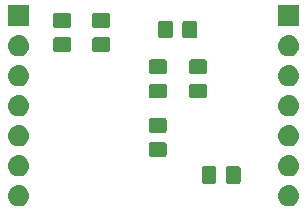
<source format=gbr>
G04 #@! TF.GenerationSoftware,KiCad,Pcbnew,5.1.4-e60b266~84~ubuntu18.04.1*
G04 #@! TF.CreationDate,2019-11-06T14:59:00-05:00*
G04 #@! TF.ProjectId,HRSensorDevBoard,48525365-6e73-46f7-9244-6576426f6172,rev?*
G04 #@! TF.SameCoordinates,Original*
G04 #@! TF.FileFunction,Soldermask,Bot*
G04 #@! TF.FilePolarity,Negative*
%FSLAX46Y46*%
G04 Gerber Fmt 4.6, Leading zero omitted, Abs format (unit mm)*
G04 Created by KiCad (PCBNEW 5.1.4-e60b266~84~ubuntu18.04.1) date 2019-11-06 14:59:00*
%MOMM*%
%LPD*%
G04 APERTURE LIST*
%ADD10C,0.100000*%
G04 APERTURE END LIST*
D10*
G36*
X22970443Y1044481D02*
G01*
X23036627Y1037963D01*
X23206466Y986443D01*
X23362991Y902778D01*
X23398729Y873448D01*
X23500186Y790186D01*
X23583448Y688729D01*
X23612778Y652991D01*
X23696443Y496466D01*
X23747963Y326627D01*
X23765359Y150000D01*
X23747963Y-26627D01*
X23696443Y-196466D01*
X23612778Y-352991D01*
X23583448Y-388729D01*
X23500186Y-490186D01*
X23398729Y-573448D01*
X23362991Y-602778D01*
X23206466Y-686443D01*
X23036627Y-737963D01*
X22970443Y-744481D01*
X22904260Y-751000D01*
X22815740Y-751000D01*
X22749557Y-744481D01*
X22683373Y-737963D01*
X22513534Y-686443D01*
X22357009Y-602778D01*
X22321271Y-573448D01*
X22219814Y-490186D01*
X22136552Y-388729D01*
X22107222Y-352991D01*
X22023557Y-196466D01*
X21972037Y-26627D01*
X21954641Y150000D01*
X21972037Y326627D01*
X22023557Y496466D01*
X22107222Y652991D01*
X22136552Y688729D01*
X22219814Y790186D01*
X22321271Y873448D01*
X22357009Y902778D01*
X22513534Y986443D01*
X22683373Y1037963D01*
X22749557Y1044481D01*
X22815740Y1051000D01*
X22904260Y1051000D01*
X22970443Y1044481D01*
X22970443Y1044481D01*
G37*
G36*
X110443Y1044481D02*
G01*
X176627Y1037963D01*
X346466Y986443D01*
X502991Y902778D01*
X538729Y873448D01*
X640186Y790186D01*
X723448Y688729D01*
X752778Y652991D01*
X836443Y496466D01*
X887963Y326627D01*
X905359Y150000D01*
X887963Y-26627D01*
X836443Y-196466D01*
X752778Y-352991D01*
X723448Y-388729D01*
X640186Y-490186D01*
X538729Y-573448D01*
X502991Y-602778D01*
X346466Y-686443D01*
X176627Y-737963D01*
X110443Y-744481D01*
X44260Y-751000D01*
X-44260Y-751000D01*
X-110443Y-744481D01*
X-176627Y-737963D01*
X-346466Y-686443D01*
X-502991Y-602778D01*
X-538729Y-573448D01*
X-640186Y-490186D01*
X-723448Y-388729D01*
X-752778Y-352991D01*
X-836443Y-196466D01*
X-887963Y-26627D01*
X-905359Y150000D01*
X-887963Y326627D01*
X-836443Y496466D01*
X-752778Y652991D01*
X-723448Y688729D01*
X-640186Y790186D01*
X-538729Y873448D01*
X-502991Y902778D01*
X-346466Y986443D01*
X-176627Y1037963D01*
X-110443Y1044481D01*
X-44260Y1051000D01*
X44260Y1051000D01*
X110443Y1044481D01*
X110443Y1044481D01*
G37*
G36*
X18633674Y2651535D02*
G01*
X18671367Y2640101D01*
X18706103Y2621534D01*
X18736548Y2596548D01*
X18761534Y2566103D01*
X18780101Y2531367D01*
X18791535Y2493674D01*
X18796000Y2448339D01*
X18796000Y1361661D01*
X18791535Y1316326D01*
X18780101Y1278633D01*
X18761534Y1243897D01*
X18736548Y1213452D01*
X18706103Y1188466D01*
X18671367Y1169899D01*
X18633674Y1158465D01*
X18588339Y1154000D01*
X17751661Y1154000D01*
X17706326Y1158465D01*
X17668633Y1169899D01*
X17633897Y1188466D01*
X17603452Y1213452D01*
X17578466Y1243897D01*
X17559899Y1278633D01*
X17548465Y1316326D01*
X17544000Y1361661D01*
X17544000Y2448339D01*
X17548465Y2493674D01*
X17559899Y2531367D01*
X17578466Y2566103D01*
X17603452Y2596548D01*
X17633897Y2621534D01*
X17668633Y2640101D01*
X17706326Y2651535D01*
X17751661Y2656000D01*
X18588339Y2656000D01*
X18633674Y2651535D01*
X18633674Y2651535D01*
G37*
G36*
X16583674Y2651535D02*
G01*
X16621367Y2640101D01*
X16656103Y2621534D01*
X16686548Y2596548D01*
X16711534Y2566103D01*
X16730101Y2531367D01*
X16741535Y2493674D01*
X16746000Y2448339D01*
X16746000Y1361661D01*
X16741535Y1316326D01*
X16730101Y1278633D01*
X16711534Y1243897D01*
X16686548Y1213452D01*
X16656103Y1188466D01*
X16621367Y1169899D01*
X16583674Y1158465D01*
X16538339Y1154000D01*
X15701661Y1154000D01*
X15656326Y1158465D01*
X15618633Y1169899D01*
X15583897Y1188466D01*
X15553452Y1213452D01*
X15528466Y1243897D01*
X15509899Y1278633D01*
X15498465Y1316326D01*
X15494000Y1361661D01*
X15494000Y2448339D01*
X15498465Y2493674D01*
X15509899Y2531367D01*
X15528466Y2566103D01*
X15553452Y2596548D01*
X15583897Y2621534D01*
X15618633Y2640101D01*
X15656326Y2651535D01*
X15701661Y2656000D01*
X16538339Y2656000D01*
X16583674Y2651535D01*
X16583674Y2651535D01*
G37*
G36*
X22970443Y3584481D02*
G01*
X23036627Y3577963D01*
X23206466Y3526443D01*
X23206468Y3526442D01*
X23239627Y3508718D01*
X23362991Y3442778D01*
X23379779Y3429000D01*
X23500186Y3330186D01*
X23583448Y3228729D01*
X23612778Y3192991D01*
X23696443Y3036466D01*
X23747963Y2866627D01*
X23765359Y2690000D01*
X23747963Y2513373D01*
X23696443Y2343534D01*
X23612778Y2187009D01*
X23583448Y2151271D01*
X23500186Y2049814D01*
X23398729Y1966552D01*
X23362991Y1937222D01*
X23206466Y1853557D01*
X23036627Y1802037D01*
X22970442Y1795518D01*
X22904260Y1789000D01*
X22815740Y1789000D01*
X22749558Y1795518D01*
X22683373Y1802037D01*
X22513534Y1853557D01*
X22357009Y1937222D01*
X22321271Y1966552D01*
X22219814Y2049814D01*
X22136552Y2151271D01*
X22107222Y2187009D01*
X22023557Y2343534D01*
X21972037Y2513373D01*
X21954641Y2690000D01*
X21972037Y2866627D01*
X22023557Y3036466D01*
X22107222Y3192991D01*
X22136552Y3228729D01*
X22219814Y3330186D01*
X22340221Y3429000D01*
X22357009Y3442778D01*
X22480373Y3508718D01*
X22513532Y3526442D01*
X22513534Y3526443D01*
X22683373Y3577963D01*
X22749557Y3584481D01*
X22815740Y3591000D01*
X22904260Y3591000D01*
X22970443Y3584481D01*
X22970443Y3584481D01*
G37*
G36*
X110443Y3584481D02*
G01*
X176627Y3577963D01*
X346466Y3526443D01*
X346468Y3526442D01*
X379627Y3508718D01*
X502991Y3442778D01*
X519779Y3429000D01*
X640186Y3330186D01*
X723448Y3228729D01*
X752778Y3192991D01*
X836443Y3036466D01*
X887963Y2866627D01*
X905359Y2690000D01*
X887963Y2513373D01*
X836443Y2343534D01*
X752778Y2187009D01*
X723448Y2151271D01*
X640186Y2049814D01*
X538729Y1966552D01*
X502991Y1937222D01*
X346466Y1853557D01*
X176627Y1802037D01*
X110442Y1795518D01*
X44260Y1789000D01*
X-44260Y1789000D01*
X-110442Y1795518D01*
X-176627Y1802037D01*
X-346466Y1853557D01*
X-502991Y1937222D01*
X-538729Y1966552D01*
X-640186Y2049814D01*
X-723448Y2151271D01*
X-752778Y2187009D01*
X-836443Y2343534D01*
X-887963Y2513373D01*
X-905359Y2690000D01*
X-887963Y2866627D01*
X-836443Y3036466D01*
X-752778Y3192991D01*
X-723448Y3228729D01*
X-640186Y3330186D01*
X-519779Y3429000D01*
X-502991Y3442778D01*
X-379627Y3508718D01*
X-346468Y3526442D01*
X-346466Y3526443D01*
X-176627Y3577963D01*
X-110443Y3584481D01*
X-44260Y3591000D01*
X44260Y3591000D01*
X110443Y3584481D01*
X110443Y3584481D01*
G37*
G36*
X12374274Y4676535D02*
G01*
X12411967Y4665101D01*
X12446703Y4646534D01*
X12477148Y4621548D01*
X12502134Y4591103D01*
X12520701Y4556367D01*
X12532135Y4518674D01*
X12536600Y4473339D01*
X12536600Y3636661D01*
X12532135Y3591326D01*
X12520701Y3553633D01*
X12502134Y3518897D01*
X12477148Y3488452D01*
X12446703Y3463466D01*
X12411967Y3444899D01*
X12374274Y3433465D01*
X12328939Y3429000D01*
X11242261Y3429000D01*
X11196926Y3433465D01*
X11159233Y3444899D01*
X11124497Y3463466D01*
X11094052Y3488452D01*
X11069066Y3518897D01*
X11050499Y3553633D01*
X11039065Y3591326D01*
X11034600Y3636661D01*
X11034600Y4473339D01*
X11039065Y4518674D01*
X11050499Y4556367D01*
X11069066Y4591103D01*
X11094052Y4621548D01*
X11124497Y4646534D01*
X11159233Y4665101D01*
X11196926Y4676535D01*
X11242261Y4681000D01*
X12328939Y4681000D01*
X12374274Y4676535D01*
X12374274Y4676535D01*
G37*
G36*
X22970443Y6124481D02*
G01*
X23036627Y6117963D01*
X23206466Y6066443D01*
X23362991Y5982778D01*
X23398729Y5953448D01*
X23500186Y5870186D01*
X23583448Y5768729D01*
X23612778Y5732991D01*
X23696443Y5576466D01*
X23747963Y5406627D01*
X23765359Y5230000D01*
X23747963Y5053373D01*
X23696443Y4883534D01*
X23612778Y4727009D01*
X23583448Y4691271D01*
X23500186Y4589814D01*
X23413500Y4518674D01*
X23362991Y4477222D01*
X23206466Y4393557D01*
X23036627Y4342037D01*
X22970442Y4335518D01*
X22904260Y4329000D01*
X22815740Y4329000D01*
X22749558Y4335518D01*
X22683373Y4342037D01*
X22513534Y4393557D01*
X22357009Y4477222D01*
X22306500Y4518674D01*
X22219814Y4589814D01*
X22136552Y4691271D01*
X22107222Y4727009D01*
X22023557Y4883534D01*
X21972037Y5053373D01*
X21954641Y5230000D01*
X21972037Y5406627D01*
X22023557Y5576466D01*
X22107222Y5732991D01*
X22136552Y5768729D01*
X22219814Y5870186D01*
X22321271Y5953448D01*
X22357009Y5982778D01*
X22513534Y6066443D01*
X22683373Y6117963D01*
X22749558Y6124482D01*
X22815740Y6131000D01*
X22904260Y6131000D01*
X22970443Y6124481D01*
X22970443Y6124481D01*
G37*
G36*
X110442Y6124482D02*
G01*
X176627Y6117963D01*
X346466Y6066443D01*
X502991Y5982778D01*
X538729Y5953448D01*
X640186Y5870186D01*
X723448Y5768729D01*
X752778Y5732991D01*
X836443Y5576466D01*
X887963Y5406627D01*
X905359Y5230000D01*
X887963Y5053373D01*
X836443Y4883534D01*
X752778Y4727009D01*
X723448Y4691271D01*
X640186Y4589814D01*
X553500Y4518674D01*
X502991Y4477222D01*
X346466Y4393557D01*
X176627Y4342037D01*
X110442Y4335518D01*
X44260Y4329000D01*
X-44260Y4329000D01*
X-110442Y4335518D01*
X-176627Y4342037D01*
X-346466Y4393557D01*
X-502991Y4477222D01*
X-553500Y4518674D01*
X-640186Y4589814D01*
X-723448Y4691271D01*
X-752778Y4727009D01*
X-836443Y4883534D01*
X-887963Y5053373D01*
X-905359Y5230000D01*
X-887963Y5406627D01*
X-836443Y5576466D01*
X-752778Y5732991D01*
X-723448Y5768729D01*
X-640186Y5870186D01*
X-538729Y5953448D01*
X-502991Y5982778D01*
X-346466Y6066443D01*
X-176627Y6117963D01*
X-110442Y6124482D01*
X-44260Y6131000D01*
X44260Y6131000D01*
X110442Y6124482D01*
X110442Y6124482D01*
G37*
G36*
X12374274Y6726535D02*
G01*
X12411967Y6715101D01*
X12446703Y6696534D01*
X12477148Y6671548D01*
X12502134Y6641103D01*
X12520701Y6606367D01*
X12532135Y6568674D01*
X12536600Y6523339D01*
X12536600Y5686661D01*
X12532135Y5641326D01*
X12520701Y5603633D01*
X12502134Y5568897D01*
X12477148Y5538452D01*
X12446703Y5513466D01*
X12411967Y5494899D01*
X12374274Y5483465D01*
X12328939Y5479000D01*
X11242261Y5479000D01*
X11196926Y5483465D01*
X11159233Y5494899D01*
X11124497Y5513466D01*
X11094052Y5538452D01*
X11069066Y5568897D01*
X11050499Y5603633D01*
X11039065Y5641326D01*
X11034600Y5686661D01*
X11034600Y6523339D01*
X11039065Y6568674D01*
X11050499Y6606367D01*
X11069066Y6641103D01*
X11094052Y6671548D01*
X11124497Y6696534D01*
X11159233Y6715101D01*
X11196926Y6726535D01*
X11242261Y6731000D01*
X12328939Y6731000D01*
X12374274Y6726535D01*
X12374274Y6726535D01*
G37*
G36*
X110443Y8664481D02*
G01*
X176627Y8657963D01*
X346466Y8606443D01*
X502991Y8522778D01*
X511697Y8515633D01*
X640186Y8410186D01*
X723448Y8308729D01*
X752778Y8272991D01*
X836443Y8116466D01*
X887963Y7946627D01*
X905359Y7770000D01*
X887963Y7593373D01*
X836443Y7423534D01*
X752778Y7267009D01*
X723448Y7231271D01*
X640186Y7129814D01*
X538729Y7046552D01*
X502991Y7017222D01*
X346466Y6933557D01*
X176627Y6882037D01*
X110442Y6875518D01*
X44260Y6869000D01*
X-44260Y6869000D01*
X-110442Y6875518D01*
X-176627Y6882037D01*
X-346466Y6933557D01*
X-502991Y7017222D01*
X-538729Y7046552D01*
X-640186Y7129814D01*
X-723448Y7231271D01*
X-752778Y7267009D01*
X-836443Y7423534D01*
X-887963Y7593373D01*
X-905359Y7770000D01*
X-887963Y7946627D01*
X-836443Y8116466D01*
X-752778Y8272991D01*
X-723448Y8308729D01*
X-640186Y8410186D01*
X-511697Y8515633D01*
X-502991Y8522778D01*
X-346466Y8606443D01*
X-176627Y8657963D01*
X-110443Y8664481D01*
X-44260Y8671000D01*
X44260Y8671000D01*
X110443Y8664481D01*
X110443Y8664481D01*
G37*
G36*
X22970443Y8664481D02*
G01*
X23036627Y8657963D01*
X23206466Y8606443D01*
X23362991Y8522778D01*
X23371697Y8515633D01*
X23500186Y8410186D01*
X23583448Y8308729D01*
X23612778Y8272991D01*
X23696443Y8116466D01*
X23747963Y7946627D01*
X23765359Y7770000D01*
X23747963Y7593373D01*
X23696443Y7423534D01*
X23612778Y7267009D01*
X23583448Y7231271D01*
X23500186Y7129814D01*
X23398729Y7046552D01*
X23362991Y7017222D01*
X23206466Y6933557D01*
X23036627Y6882037D01*
X22970442Y6875518D01*
X22904260Y6869000D01*
X22815740Y6869000D01*
X22749558Y6875518D01*
X22683373Y6882037D01*
X22513534Y6933557D01*
X22357009Y7017222D01*
X22321271Y7046552D01*
X22219814Y7129814D01*
X22136552Y7231271D01*
X22107222Y7267009D01*
X22023557Y7423534D01*
X21972037Y7593373D01*
X21954641Y7770000D01*
X21972037Y7946627D01*
X22023557Y8116466D01*
X22107222Y8272991D01*
X22136552Y8308729D01*
X22219814Y8410186D01*
X22348303Y8515633D01*
X22357009Y8522778D01*
X22513534Y8606443D01*
X22683373Y8657963D01*
X22749557Y8664481D01*
X22815740Y8671000D01*
X22904260Y8671000D01*
X22970443Y8664481D01*
X22970443Y8664481D01*
G37*
G36*
X15777874Y9638535D02*
G01*
X15815567Y9627101D01*
X15850303Y9608534D01*
X15880748Y9583548D01*
X15905734Y9553103D01*
X15924301Y9518367D01*
X15935735Y9480674D01*
X15940200Y9435339D01*
X15940200Y8598661D01*
X15935735Y8553326D01*
X15924301Y8515633D01*
X15905734Y8480897D01*
X15880748Y8450452D01*
X15850303Y8425466D01*
X15815567Y8406899D01*
X15777874Y8395465D01*
X15732539Y8391000D01*
X14645861Y8391000D01*
X14600526Y8395465D01*
X14562833Y8406899D01*
X14528097Y8425466D01*
X14497652Y8450452D01*
X14472666Y8480897D01*
X14454099Y8515633D01*
X14442665Y8553326D01*
X14438200Y8598661D01*
X14438200Y9435339D01*
X14442665Y9480674D01*
X14454099Y9518367D01*
X14472666Y9553103D01*
X14497652Y9583548D01*
X14528097Y9608534D01*
X14562833Y9627101D01*
X14600526Y9638535D01*
X14645861Y9643000D01*
X15732539Y9643000D01*
X15777874Y9638535D01*
X15777874Y9638535D01*
G37*
G36*
X12374274Y9638535D02*
G01*
X12411967Y9627101D01*
X12446703Y9608534D01*
X12477148Y9583548D01*
X12502134Y9553103D01*
X12520701Y9518367D01*
X12532135Y9480674D01*
X12536600Y9435339D01*
X12536600Y8598661D01*
X12532135Y8553326D01*
X12520701Y8515633D01*
X12502134Y8480897D01*
X12477148Y8450452D01*
X12446703Y8425466D01*
X12411967Y8406899D01*
X12374274Y8395465D01*
X12328939Y8391000D01*
X11242261Y8391000D01*
X11196926Y8395465D01*
X11159233Y8406899D01*
X11124497Y8425466D01*
X11094052Y8450452D01*
X11069066Y8480897D01*
X11050499Y8515633D01*
X11039065Y8553326D01*
X11034600Y8598661D01*
X11034600Y9435339D01*
X11039065Y9480674D01*
X11050499Y9518367D01*
X11069066Y9553103D01*
X11094052Y9583548D01*
X11124497Y9608534D01*
X11159233Y9627101D01*
X11196926Y9638535D01*
X11242261Y9643000D01*
X12328939Y9643000D01*
X12374274Y9638535D01*
X12374274Y9638535D01*
G37*
G36*
X110442Y11204482D02*
G01*
X176627Y11197963D01*
X346466Y11146443D01*
X502991Y11062778D01*
X538729Y11033448D01*
X640186Y10950186D01*
X723448Y10848729D01*
X752778Y10812991D01*
X836443Y10656466D01*
X887963Y10486627D01*
X905359Y10310000D01*
X887963Y10133373D01*
X836443Y9963534D01*
X752778Y9807009D01*
X723448Y9771271D01*
X640186Y9669814D01*
X551620Y9597131D01*
X502991Y9557222D01*
X346466Y9473557D01*
X176627Y9422037D01*
X110442Y9415518D01*
X44260Y9409000D01*
X-44260Y9409000D01*
X-110442Y9415518D01*
X-176627Y9422037D01*
X-346466Y9473557D01*
X-502991Y9557222D01*
X-551620Y9597131D01*
X-640186Y9669814D01*
X-723448Y9771271D01*
X-752778Y9807009D01*
X-836443Y9963534D01*
X-887963Y10133373D01*
X-905359Y10310000D01*
X-887963Y10486627D01*
X-836443Y10656466D01*
X-752778Y10812991D01*
X-723448Y10848729D01*
X-640186Y10950186D01*
X-538729Y11033448D01*
X-502991Y11062778D01*
X-346466Y11146443D01*
X-176627Y11197963D01*
X-110442Y11204482D01*
X-44260Y11211000D01*
X44260Y11211000D01*
X110442Y11204482D01*
X110442Y11204482D01*
G37*
G36*
X22970443Y11204481D02*
G01*
X23036627Y11197963D01*
X23206466Y11146443D01*
X23362991Y11062778D01*
X23398729Y11033448D01*
X23500186Y10950186D01*
X23583448Y10848729D01*
X23612778Y10812991D01*
X23696443Y10656466D01*
X23747963Y10486627D01*
X23765359Y10310000D01*
X23747963Y10133373D01*
X23696443Y9963534D01*
X23612778Y9807009D01*
X23583448Y9771271D01*
X23500186Y9669814D01*
X23411620Y9597131D01*
X23362991Y9557222D01*
X23206466Y9473557D01*
X23036627Y9422037D01*
X22970442Y9415518D01*
X22904260Y9409000D01*
X22815740Y9409000D01*
X22749558Y9415518D01*
X22683373Y9422037D01*
X22513534Y9473557D01*
X22357009Y9557222D01*
X22308380Y9597131D01*
X22219814Y9669814D01*
X22136552Y9771271D01*
X22107222Y9807009D01*
X22023557Y9963534D01*
X21972037Y10133373D01*
X21954641Y10310000D01*
X21972037Y10486627D01*
X22023557Y10656466D01*
X22107222Y10812991D01*
X22136552Y10848729D01*
X22219814Y10950186D01*
X22321271Y11033448D01*
X22357009Y11062778D01*
X22513534Y11146443D01*
X22683373Y11197963D01*
X22749558Y11204482D01*
X22815740Y11211000D01*
X22904260Y11211000D01*
X22970443Y11204481D01*
X22970443Y11204481D01*
G37*
G36*
X12374274Y11688535D02*
G01*
X12411967Y11677101D01*
X12446703Y11658534D01*
X12477148Y11633548D01*
X12502134Y11603103D01*
X12520701Y11568367D01*
X12532135Y11530674D01*
X12536600Y11485339D01*
X12536600Y10648661D01*
X12532135Y10603326D01*
X12520701Y10565633D01*
X12502134Y10530897D01*
X12477148Y10500452D01*
X12446703Y10475466D01*
X12411967Y10456899D01*
X12374274Y10445465D01*
X12328939Y10441000D01*
X11242261Y10441000D01*
X11196926Y10445465D01*
X11159233Y10456899D01*
X11124497Y10475466D01*
X11094052Y10500452D01*
X11069066Y10530897D01*
X11050499Y10565633D01*
X11039065Y10603326D01*
X11034600Y10648661D01*
X11034600Y11485339D01*
X11039065Y11530674D01*
X11050499Y11568367D01*
X11069066Y11603103D01*
X11094052Y11633548D01*
X11124497Y11658534D01*
X11159233Y11677101D01*
X11196926Y11688535D01*
X11242261Y11693000D01*
X12328939Y11693000D01*
X12374274Y11688535D01*
X12374274Y11688535D01*
G37*
G36*
X15777874Y11688535D02*
G01*
X15815567Y11677101D01*
X15850303Y11658534D01*
X15880748Y11633548D01*
X15905734Y11603103D01*
X15924301Y11568367D01*
X15935735Y11530674D01*
X15940200Y11485339D01*
X15940200Y10648661D01*
X15935735Y10603326D01*
X15924301Y10565633D01*
X15905734Y10530897D01*
X15880748Y10500452D01*
X15850303Y10475466D01*
X15815567Y10456899D01*
X15777874Y10445465D01*
X15732539Y10441000D01*
X14645861Y10441000D01*
X14600526Y10445465D01*
X14562833Y10456899D01*
X14528097Y10475466D01*
X14497652Y10500452D01*
X14472666Y10530897D01*
X14454099Y10565633D01*
X14442665Y10603326D01*
X14438200Y10648661D01*
X14438200Y11485339D01*
X14442665Y11530674D01*
X14454099Y11568367D01*
X14472666Y11603103D01*
X14497652Y11633548D01*
X14528097Y11658534D01*
X14562833Y11677101D01*
X14600526Y11688535D01*
X14645861Y11693000D01*
X15732539Y11693000D01*
X15777874Y11688535D01*
X15777874Y11688535D01*
G37*
G36*
X22970443Y13744481D02*
G01*
X23036627Y13737963D01*
X23206466Y13686443D01*
X23362991Y13602778D01*
X23369260Y13597633D01*
X23500186Y13490186D01*
X23575033Y13398983D01*
X23612778Y13352991D01*
X23696443Y13196466D01*
X23747963Y13026627D01*
X23765359Y12850000D01*
X23747963Y12673373D01*
X23705707Y12534075D01*
X23696442Y12503532D01*
X23682434Y12477326D01*
X23612778Y12347009D01*
X23593456Y12323465D01*
X23500186Y12209814D01*
X23398729Y12126552D01*
X23362991Y12097222D01*
X23206466Y12013557D01*
X23036627Y11962037D01*
X22970442Y11955518D01*
X22904260Y11949000D01*
X22815740Y11949000D01*
X22749558Y11955518D01*
X22683373Y11962037D01*
X22513534Y12013557D01*
X22357009Y12097222D01*
X22321271Y12126552D01*
X22219814Y12209814D01*
X22126544Y12323465D01*
X22107222Y12347009D01*
X22037566Y12477326D01*
X22023558Y12503532D01*
X22014293Y12534075D01*
X21972037Y12673373D01*
X21954641Y12850000D01*
X21972037Y13026627D01*
X22023557Y13196466D01*
X22107222Y13352991D01*
X22144967Y13398983D01*
X22219814Y13490186D01*
X22350740Y13597633D01*
X22357009Y13602778D01*
X22513534Y13686443D01*
X22683373Y13737963D01*
X22749557Y13744481D01*
X22815740Y13751000D01*
X22904260Y13751000D01*
X22970443Y13744481D01*
X22970443Y13744481D01*
G37*
G36*
X110443Y13744481D02*
G01*
X176627Y13737963D01*
X346466Y13686443D01*
X502991Y13602778D01*
X509260Y13597633D01*
X640186Y13490186D01*
X715033Y13398983D01*
X752778Y13352991D01*
X836443Y13196466D01*
X887963Y13026627D01*
X905359Y12850000D01*
X887963Y12673373D01*
X845707Y12534075D01*
X836442Y12503532D01*
X822434Y12477326D01*
X752778Y12347009D01*
X733456Y12323465D01*
X640186Y12209814D01*
X538729Y12126552D01*
X502991Y12097222D01*
X346466Y12013557D01*
X176627Y11962037D01*
X110442Y11955518D01*
X44260Y11949000D01*
X-44260Y11949000D01*
X-110442Y11955518D01*
X-176627Y11962037D01*
X-346466Y12013557D01*
X-502991Y12097222D01*
X-538729Y12126552D01*
X-640186Y12209814D01*
X-733456Y12323465D01*
X-752778Y12347009D01*
X-822434Y12477326D01*
X-836442Y12503532D01*
X-845707Y12534075D01*
X-887963Y12673373D01*
X-905359Y12850000D01*
X-887963Y13026627D01*
X-836443Y13196466D01*
X-752778Y13352991D01*
X-715033Y13398983D01*
X-640186Y13490186D01*
X-509260Y13597633D01*
X-502991Y13602778D01*
X-346466Y13686443D01*
X-176627Y13737963D01*
X-110443Y13744481D01*
X-44260Y13751000D01*
X44260Y13751000D01*
X110443Y13744481D01*
X110443Y13744481D01*
G37*
G36*
X4271674Y13562535D02*
G01*
X4309367Y13551101D01*
X4344103Y13532534D01*
X4374548Y13507548D01*
X4399534Y13477103D01*
X4418101Y13442367D01*
X4429535Y13404674D01*
X4434000Y13359339D01*
X4434000Y12522661D01*
X4429535Y12477326D01*
X4418101Y12439633D01*
X4399534Y12404897D01*
X4374548Y12374452D01*
X4344103Y12349466D01*
X4309367Y12330899D01*
X4271674Y12319465D01*
X4226339Y12315000D01*
X3139661Y12315000D01*
X3094326Y12319465D01*
X3056633Y12330899D01*
X3021897Y12349466D01*
X2991452Y12374452D01*
X2966466Y12404897D01*
X2947899Y12439633D01*
X2936465Y12477326D01*
X2932000Y12522661D01*
X2932000Y13359339D01*
X2936465Y13404674D01*
X2947899Y13442367D01*
X2966466Y13477103D01*
X2991452Y13507548D01*
X3021897Y13532534D01*
X3056633Y13551101D01*
X3094326Y13562535D01*
X3139661Y13567000D01*
X4226339Y13567000D01*
X4271674Y13562535D01*
X4271674Y13562535D01*
G37*
G36*
X7573674Y13566535D02*
G01*
X7611367Y13555101D01*
X7646103Y13536534D01*
X7676548Y13511548D01*
X7701534Y13481103D01*
X7720101Y13446367D01*
X7731535Y13408674D01*
X7736000Y13363339D01*
X7736000Y12526661D01*
X7731535Y12481326D01*
X7720101Y12443633D01*
X7701534Y12408897D01*
X7676548Y12378452D01*
X7646103Y12353466D01*
X7611367Y12334899D01*
X7573674Y12323465D01*
X7528339Y12319000D01*
X6441661Y12319000D01*
X6396326Y12323465D01*
X6358633Y12334899D01*
X6323897Y12353466D01*
X6293452Y12378452D01*
X6268466Y12408897D01*
X6249899Y12443633D01*
X6238465Y12481326D01*
X6234000Y12526661D01*
X6234000Y13363339D01*
X6238465Y13408674D01*
X6249899Y13446367D01*
X6268466Y13481103D01*
X6293452Y13511548D01*
X6323897Y13536534D01*
X6358633Y13555101D01*
X6396326Y13566535D01*
X6441661Y13571000D01*
X7528339Y13571000D01*
X7573674Y13566535D01*
X7573674Y13566535D01*
G37*
G36*
X12900674Y14970535D02*
G01*
X12938367Y14959101D01*
X12973103Y14940534D01*
X13003548Y14915548D01*
X13028534Y14885103D01*
X13047101Y14850367D01*
X13058535Y14812674D01*
X13063000Y14767339D01*
X13063000Y13680661D01*
X13058535Y13635326D01*
X13047101Y13597633D01*
X13028534Y13562897D01*
X13003548Y13532452D01*
X12973103Y13507466D01*
X12938367Y13488899D01*
X12900674Y13477465D01*
X12855339Y13473000D01*
X12018661Y13473000D01*
X11973326Y13477465D01*
X11935633Y13488899D01*
X11900897Y13507466D01*
X11870452Y13532452D01*
X11845466Y13562897D01*
X11826899Y13597633D01*
X11815465Y13635326D01*
X11811000Y13680661D01*
X11811000Y14767339D01*
X11815465Y14812674D01*
X11826899Y14850367D01*
X11845466Y14885103D01*
X11870452Y14915548D01*
X11900897Y14940534D01*
X11935633Y14959101D01*
X11973326Y14970535D01*
X12018661Y14975000D01*
X12855339Y14975000D01*
X12900674Y14970535D01*
X12900674Y14970535D01*
G37*
G36*
X14950674Y14970535D02*
G01*
X14988367Y14959101D01*
X15023103Y14940534D01*
X15053548Y14915548D01*
X15078534Y14885103D01*
X15097101Y14850367D01*
X15108535Y14812674D01*
X15113000Y14767339D01*
X15113000Y13680661D01*
X15108535Y13635326D01*
X15097101Y13597633D01*
X15078534Y13562897D01*
X15053548Y13532452D01*
X15023103Y13507466D01*
X14988367Y13488899D01*
X14950674Y13477465D01*
X14905339Y13473000D01*
X14068661Y13473000D01*
X14023326Y13477465D01*
X13985633Y13488899D01*
X13950897Y13507466D01*
X13920452Y13532452D01*
X13895466Y13562897D01*
X13876899Y13597633D01*
X13865465Y13635326D01*
X13861000Y13680661D01*
X13861000Y14767339D01*
X13865465Y14812674D01*
X13876899Y14850367D01*
X13895466Y14885103D01*
X13920452Y14915548D01*
X13950897Y14940534D01*
X13985633Y14959101D01*
X14023326Y14970535D01*
X14068661Y14975000D01*
X14905339Y14975000D01*
X14950674Y14970535D01*
X14950674Y14970535D01*
G37*
G36*
X4271674Y15612535D02*
G01*
X4309367Y15601101D01*
X4344103Y15582534D01*
X4374548Y15557548D01*
X4399534Y15527103D01*
X4418101Y15492367D01*
X4429535Y15454674D01*
X4434000Y15409339D01*
X4434000Y14572661D01*
X4429535Y14527326D01*
X4418101Y14489633D01*
X4399534Y14454897D01*
X4374548Y14424452D01*
X4344103Y14399466D01*
X4309367Y14380899D01*
X4271674Y14369465D01*
X4226339Y14365000D01*
X3139661Y14365000D01*
X3094326Y14369465D01*
X3056633Y14380899D01*
X3021897Y14399466D01*
X2991452Y14424452D01*
X2966466Y14454897D01*
X2947899Y14489633D01*
X2936465Y14527326D01*
X2932000Y14572661D01*
X2932000Y15409339D01*
X2936465Y15454674D01*
X2947899Y15492367D01*
X2966466Y15527103D01*
X2991452Y15557548D01*
X3021897Y15582534D01*
X3056633Y15601101D01*
X3094326Y15612535D01*
X3139661Y15617000D01*
X4226339Y15617000D01*
X4271674Y15612535D01*
X4271674Y15612535D01*
G37*
G36*
X7573674Y15616535D02*
G01*
X7611367Y15605101D01*
X7646103Y15586534D01*
X7676548Y15561548D01*
X7701534Y15531103D01*
X7720101Y15496367D01*
X7731535Y15458674D01*
X7736000Y15413339D01*
X7736000Y14576661D01*
X7731535Y14531326D01*
X7720101Y14493633D01*
X7701534Y14458897D01*
X7676548Y14428452D01*
X7646103Y14403466D01*
X7611367Y14384899D01*
X7573674Y14373465D01*
X7528339Y14369000D01*
X6441661Y14369000D01*
X6396326Y14373465D01*
X6358633Y14384899D01*
X6323897Y14403466D01*
X6293452Y14428452D01*
X6268466Y14458897D01*
X6249899Y14493633D01*
X6238465Y14531326D01*
X6234000Y14576661D01*
X6234000Y15413339D01*
X6238465Y15458674D01*
X6249899Y15496367D01*
X6268466Y15531103D01*
X6293452Y15561548D01*
X6323897Y15586534D01*
X6358633Y15605101D01*
X6396326Y15616535D01*
X6441661Y15621000D01*
X7528339Y15621000D01*
X7573674Y15616535D01*
X7573674Y15616535D01*
G37*
G36*
X23761000Y14489000D02*
G01*
X21959000Y14489000D01*
X21959000Y16291000D01*
X23761000Y16291000D01*
X23761000Y14489000D01*
X23761000Y14489000D01*
G37*
G36*
X901000Y14489000D02*
G01*
X-901000Y14489000D01*
X-901000Y16291000D01*
X901000Y16291000D01*
X901000Y14489000D01*
X901000Y14489000D01*
G37*
M02*

</source>
